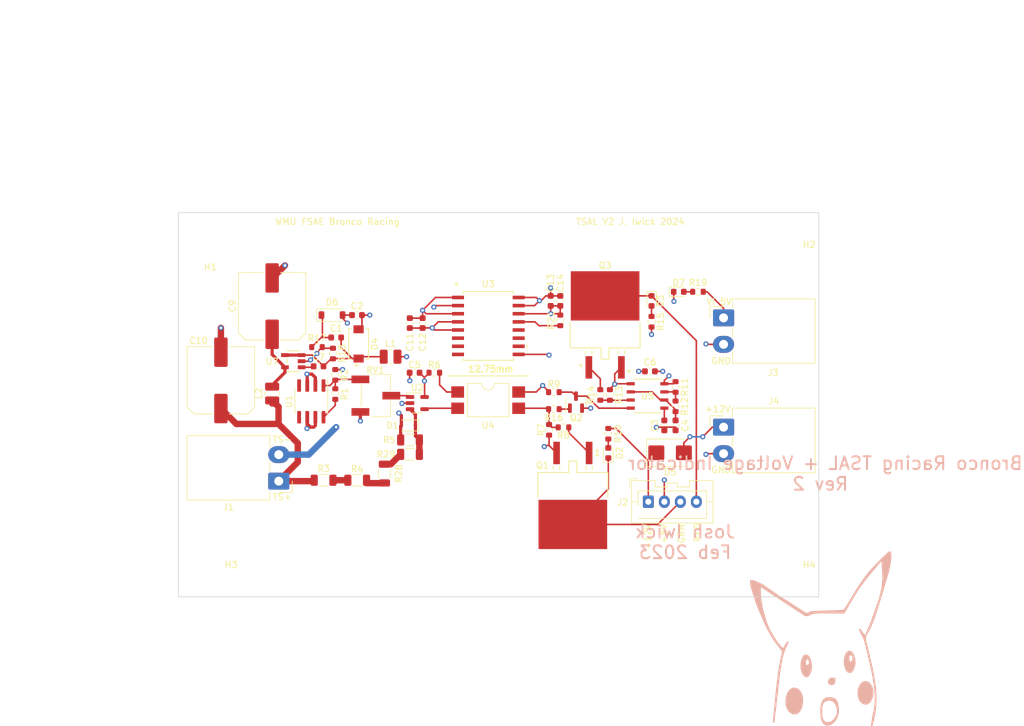
<source format=kicad_pcb>
(kicad_pcb (version 20221018) (generator pcbnew)
  (layers (0 "F.Cu" signal) (1 "In1.Cu" signal) (2 "In2.Cu" signal) (31 "B.Cu" signal) (34 "B.Paste" user) (35 "F.Paste" user) (36 "B.SilkS" user "B.Silkscreen") (37 "F.SilkS" user "F.Silkscreen") (38 "B.Mask" user) (39 "F.Mask" user) (44 "Edge.Cuts" user))
  (net 0 "")
  (net 1 "GND")
  (net 2 "+5V")
  (net 3 "TS-")
  (net 4 "+12V")
  (net 5 "Net-(D6-K)")
  (net 6 "Net-(D4-K)")
  (net 7 "Net-(U5-CV)")
  (net 8 "Net-(U5-THR)")
  (net 9 "+5V@GLV")
  (net 10 "Net-(U7-VCC)")
  (net 11 "Net-(U7-DRAIN)")
  (net 12 "Net-(D1-K)")
  (net 13 "Net-(D2-A)")
  (net 14 "/Ext-LED-Green")
  (net 15 "Net-(D3-A)")
  (net 16 "/Ext-LED-RED")
  (net 17 "Net-(D5-A)")
  (net 18 "Net-(D7-A)")
  (net 19 "Net-(Q1-G)")
  (net 20 "Net-(Q2-B)")
  (net 21 "Net-(Q2-C)")
  (net 22 "Net-(Q3-G)")
  (net 23 "Net-(U1-K)")
  (net 24 "Net-(U1-REF)")
  (net 25 "TS+")
  (net 26 "Net-(U5-DIS)")
  (net 27 "Net-(U5-Q)")
  (net 28 "Net-(U7-FB)")
  (net 29 "Net-(U3-SEL)")
  (net 30 "Net-(U2-+)")
  (net 32 "Net-(R3-Pad2)")
  (net 33 "Net-(R6-Pad2)")
  (net 34 "Net-(R16-Pad1)")
  (net 40 "Net-(U2-Pad4)")
  (net 41 "Net-(R28-Pad1)")
  (net 42 "Net-(R28-Pad2)")
  (footprint "Capacitor_SMD:C_0603_1608Metric" (layer "F.Cu") (at 86.138 67.25 -90)
    (fp_text reference "C11")
    (fp_text value "10u")
  )
  (footprint "Capacitor_SMD:C_0603_1608Metric" (layer "F.Cu") (at 71.888 74)
    (fp_text reference "C7")
    (fp_text value "2.2u")
  )
  (footprint "Resistor_SMD:R_0603_1608Metric" (layer "F.Cu") (at 109.638 66.825 90)
    (fp_text reference "R21")
    (fp_text value "0")
  )
  (footprint "Capacitor_SMD:C_0603_1608Metric" (layer "F.Cu") (at 125.888 83.225 90)
    (fp_text reference "C3")
    (fp_text value "100n")
  )
  (footprint "Capacitor_SMD:C_0603_1608Metric" (layer "F.Cu") (at 77.888 66)
    (fp_text reference "C2")
    (fp_text value "100u")
  )
  (footprint "Connector_TE-Connectivity:TE_MATE-N-LOK_1-770966-x_1x02_P4.14mm_Horizontal" (layer "F.Cu") (at 135.138 66.43)
    (fp_text reference "J3")
    (fp_text value "Conn_01x02")
  )
  (footprint "Capacitor_SMD:C_0603_1608Metric" (layer "F.Cu") (at 127.6429 83.225 90)
    (fp_text reference "C4")
    (fp_text value "1u")
  )
  (footprint "Resistor_SMD:R_0603_1608Metric" (layer "F.Cu") (at 110.138 83.5334)
    (fp_text reference "R8")
    (fp_text value "1k")
  )
  (footprint "Diode_SMD:D_SOD-323F" (layer "F.Cu") (at 85.92 83.25 180)
    (fp_text reference "D1")
    (fp_text value "BZT52C5V1SQ-7-F")
  )
  (footprint "Capacitor_SMD:C_0603_1608Metric" (layer "F.Cu") (at 109.638 63.7834 90)
    (fp_text reference "C14")
    (fp_text value "0.1u")
  )
  (footprint "Resistor_SMD:R_0603_1608Metric" (layer "F.Cu") (at 74.5 78.332 -90)
    (fp_text reference "R1")
    (fp_text value "2.2k")
  )
  (footprint "LED_SMD:LED_0603_1608Metric" (layer "F.Cu") (at 128.138 62.36)
    (fp_text reference "D7")
    (fp_text value "LED-Red")
  )
  (footprint "Capacitor_SMD:C_0603_1608Metric" (layer "F.Cu") (at 123.638 74.7834)
    (fp_text reference "C6")
    (fp_text value "100n")
  )
  (footprint "Resistor_SMD:R_0603_1608Metric" (layer "F.Cu") (at 74.5 75.332 -90)
    (fp_text reference "R2")
    (fp_text value "2.2k")
  )
  (footprint "Resistor_SMD:R_1206_3216Metric" (layer "F.Cu") (at 82.17 90.75 90)
    (fp_text reference "R28")
    (fp_text value "500k")
  )
  (footprint "Resistor_SMD:R_0603_1608Metric" (layer "F.Cu") (at 127.638 80.25 -90)
    (fp_text reference "R12")
    (fp_text value "220k")
  )
  (footprint "Package_DIP:SMDIP-4_W9.53mm" (layer "F.Cu") (at 98.373 79.282)
    (fp_text reference "U4")
    (fp_text value "LTV-817S")
  )
  (footprint "Package_TO_SOT_SMD:SOT-23" (layer "F.Cu") (at 112.088 79.5959 90)
    (fp_text reference "Q2")
    (fp_text value "MMBT3904")
  )
  (footprint "Capacitor_SMD:C_Elec_10x10.2" (layer "F.Cu") (at 56.638 76.192 90)
    (fp_text reference "C10")
    (fp_text value "500V 3.9u")
  )
  (footprint "MountingHole:MountingHole_4mm" (layer "F.Cu") (at 55 55)
    (fp_text reference "H1")
    (fp_text value "MountingHole")
  )
  (footprint "Connector_TE-Connectivity:TE_MATE-N-LOK_1-770966-x_1x02_P4.14mm_Horizontal" (layer "F.Cu") (at 135.138 83.5)
    (fp_text reference "J4")
    (fp_text value "Conn_01x02")
  )
  (footprint "MountingHole:MountingHole_4mm" (layer "F.Cu") (at 55 105)
    (fp_text reference "H3")
    (fp_text value "MountingHole")
  )
  (footprint "Capacitor_SMD:C_0603_1608Metric" (layer "F.Cu") (at 108.138 63.7834 90)
    (fp_text reference "C13")
    (fp_text value "10u")
  )
  (footprint "Capacitor_SMD:C_Elec_10x10.2" (layer "F.Cu") (at 64.638 64.6 90)
    (fp_text reference "C9")
    (fp_text value "500V 3.9u")
  )
  (footprint "Resistor_SMD:R_0603_1608Metric" (layer "F.Cu") (at 117.138 84.5334 90)
    (fp_text reference "R10")
    (fp_text value "2.2k")
  )
  (footprint "Inductor_SMD:L_1008_2520Metric" (layer "F.Cu") (at 83.138 72.5)
    (fp_text reference "L1")
    (fp_text value "1.2m")
  )
  (footprint "Resistor_SMD:R_1206_3216Metric" (layer "F.Cu") (at 77.92 91.792)
    (fp_text reference "R4")
    (fp_text value "500k")
  )
  (footprint "IRLZ44NSTRLPBF:NMOSGDS_D2PAK_INF" (layer "F.Cu") (at 111.598 95.5344 180)
    (fp_text reference "Q1")
    (fp_text value "IRLZ44N")
  )
  (footprint "Resistor_SMD:R_0603_1608Metric" (layer "F.Cu") (at 71.638 71)
    (fp_text reference "R17")
    (fp_text value "5k")
  )
  (footprint "Capacitor_SMD:C_0603_1608Metric" (layer "F.Cu") (at 86.888 75 180)
    (fp_text reference "C5")
    (fp_text value "100n")
  )
  (footprint "Diode_SMD:D_SMB" (layer "F.Cu") (at 126.788 87.5)
    (fp_text reference "D5")
    (fp_text value "SSB43L")
  )
  (footprint "footprints 555:M08A-L" (layer "F.Cu") (at 123.26545 78.6284)
    (fp_text reference "U5")
    (fp_text value "LM555xN")
  )
  (footprint "Resistor_SMD:R_0603_1608Metric" (layer "F.Cu") (at 74.138 72 -90)
    (fp_text reference "R18")
    (fp_text value "5k")
  )
  (footprint "IRLZ44NSTRLPBF:NMOSGDS_D2PAK_INF" (layer "F.Cu") (at 116.638 66.1613)
    (fp_text reference "Q3")
    (fp_text value "IRLZ44N")
  )
  (footprint "Resistor_SMD:R_0603_1608Metric" (layer "F.Cu") (at 117.388 78.4734 -90)
    (fp_text reference "R13")
    (fp_text value "100k")
  )
  (footprint "Connector_JST:JST_XA_B04B-XASK-1-A_1x04_P2.50mm_Vertical" (layer "F.Cu") (at 123.388 95.15)
    (fp_text reference "J2")
    (fp_text value "JST B04B-XASK")
  )
  (footprint "Diode_SMD:D_SOD-123" (layer "F.Cu") (at 73.988 66)
    (fp_text reference "D6")
    (fp_text value "1N4007")
  )
  (footprint "MountingHole:MountingHole_4mm" (layer "F.Cu") (at 145 55)
    (fp_text reference "H2")
    (fp_text value "MountingHole")
  )
  (footprint "MountingHole:MountingHole_4mm" (layer "F.Cu") (at 145 105)
    (fp_text reference "H4")
    (fp_text value "MountingHole")
  )
  (footprint "Resistor_SMD:R_0603_1608Metric" (layer "F.Cu") (at 127.6429 77.2234 -90)
    (fp_text reference "R11")
    (fp_text value "22k")
  )
  (footprint "Package_SO:SOIC-8_3.9x4.9mm_P1.27mm" (layer "F.Cu") (at 70.753 79.475 -90)
    (fp_text reference "U1")
    (fp_text value "TL431D")
  )
  (footprint "Potentiometer_SMD:Potentiometer_Bourns_3269W_Vertical" (layer "F.Cu") (at 80.835 78.582 90)
    (fp_text reference "RV1")
    (fp_text value "10k")
  )
  (footprint "Resistor_SMD:R_1206_3216Metric" (layer "F.Cu") (at 72.67 91.792)
    (fp_text reference "R3")
    (fp_text value "500k")
  )
  (footprint "Resistor_SMD:R_0603_1608Metric" (layer "F.Cu") (at 108.638 80.6834)
    (fp_text reference "R16")
    (fp_text value "22k")
  )
  (footprint "Capacitor_SMD:C_0603_1608Metric" (layer "F.Cu") (at 74.638 69.5)
    (fp_text reference "C1")
    (fp_text value "100n")
  )
  (footprint "Resistor_SMD:R_1206_3216Metric" (layer "F.Cu") (at 86.17 87.75)
    (fp_text reference "R29")
    (fp_text value "500k")
  )
  (footprint "Resistor_SMD:R_0603_1608Metric" (layer "F.Cu") (at 108.638 78.0334 180)
    (fp_text reference "R9")
    (fp_text value "22k")
  )
  (footprint "Resistor_SMD:R_0603_1608Metric" (layer "F.Cu") (at 123.888 67.0334 -90)
    (fp_text reference "R15")
    (fp_text value "1k")
  )
  (footprint "Capacitor_SMD:C_0603_1608Metric" (layer "F.Cu") (at 88.138 67.25 -90)
    (fp_text reference "C12")
    (fp_text value "0.1u")
  )
  (footprint "LED_SMD:LED_0603_1608Metric" (layer "F.Cu") (at 123.888 63.7834 -90)
    (fp_text reference "D3")
    (fp_text value "LED-Red")
  )
  (footprint "MP174AGJ_Z:TSOT23-5_MP174A_MNP" (layer "F.Cu") (at 67.938 73.200001 180)
    (fp_text reference "U7")
    (fp_text value "MP174AGJ-Z")
  )
  (footprint "Resistor_SMD:R_0603_1608Metric" (layer "F.Cu") (at 115.888 78.4734 90)
    (fp_text reference "R14")
    (fp_text value "1k")
  )
  (footprint "Connector_TE-Connectivity:TE_MATE-N-LOK_1-770966-x_1x02_P4.14mm_Horizontal" (layer "F.Cu") (at 65.67 91.932 180)
    (fp_text reference "J1")
    (fp_text value "TE 770966-2")
  )
  (footprint "Package_TO_SOT_SMD:SOT-23-5" (layer "F.Cu") (at 87.3075 79.742)
    (fp_text reference "U2")
    (fp_text value "LMV331")
  )
  (footprint "KiCADv6:CR_SMAF_CIP" (layer "F.Cu") (at 78.138 70.5 90)
    (fp_text reference "D4")
    (fp_text value "AES2JF-HF")
  )
  (footprint "Resistor_SMD:R_0603_1608Metric" (layer "F.Cu") (at 89.963 75)
    (fp_text reference "R6")
    (fp_text value "2.2k")
  )
  (footprint "Inductor_SMD:L_1008_2520Metric" (layer "F.Cu") (at 64.638 78.25 90)
    (fp_text reference "L2")
    (fp_text value "1m")
  )
  (footprint "Resistor_SMD:R_1206_3216Metric" (layer "F.Cu") (at 86.17 85.5 180)
    (fp_text reference "R5")
    (fp_text value "20K")
  )
  (footprint "footprints:SO_0DVER_TEX" (layer "F.Cu") (at 98.4009 67.695)
    (fp_text reference "U3")
    (fp_text value "UCC12040DVE")
  )
  (footprint "Resistor_SMD:R_0603_1608Metric" (layer "F.Cu") (at 107.888 83.925 -90)
    (fp_text reference "R7")
    (fp_text value "100k")
  )
  (footprint "LED_SMD:LED_0603_1608Metric" (layer "F.Cu") (at 117.138 87.5334 90)
    (fp_text reference "D2")
    (fp_text value "LED-Green")
  )
  (footprint "Resistor_SMD:R_0603_1608Metric" (layer "F.Cu") (at 131.138 62.36)
    (fp_text reference "R19")
    (fp_text value "1k")
  )
  (footprint "TSAL:pika" (layer "B.Cu") (at 150.25 116.25 180)
    (fp_text reference "G***" hide)
    (fp_text value "LOGO" hide)
  )
  (gr_line (start 92.013 75.5) (end 104.763 75.5) (stroke (width 0.15)) (layer "F.SilkS"))
  (gr_line (start 50 110) (end 150 110) (stroke (width 0.1)) (layer "Edge.Cuts"))
  (gr_line (start 150 110) (end 150 50) (stroke (width 0.1)) (layer "Edge.Cuts"))
  (gr_line (start 50 50) (end 50 110) (stroke (width 0.1)) (layer "Edge.Cuts"))
  (gr_line (start 150 50) (end 50 50) (stroke (width 0.1)) (layer "Edge.Cuts"))
  (gr_text "Josh Iwick\nFeb 2023" (at 129.132 101.442) (layer "B.SilkS") (effects (font (size 2 2) (thickness 0.3)) (justify mirror)))
  (gr_text "Bronco Racing TSAL + Voltage Indicator \nRev 2" (at 150.25 90.75) (layer "B.SilkS") (effects (font (size 2 2) (thickness 0.3)) (justify mirror)))
  (gr_text "RED" (at 131.638 101.5 90) (layer "F.SilkS") (effects (font (size 1 1)) (justify left bottom)))
  (gr_text "+12V" (at 132.138 81.25) (layer "F.SilkS") (effects (font (size 1 1)) (justify left bottom)))
  (gr_text "TS-" (at 64.638 86) (layer "F.SilkS") (effects (font (size 1 1)) (justify left bottom)))
  (gr_text "WMU FSAE Bronco Racing " (at 65 52) (layer "F.SilkS") (effects (font (size 1 1)) (justify left bottom)))
  (gr_text "+5V" (at 126.388 101.75 90) (layer "F.SilkS") (effects (font (size 1 1)) (justify left bottom)))
  (gr_text "TSAL V2 J. Iwick 2024" (at 112 52) (layer "F.SilkS") (effects (font (size 1 1)) (justify left bottom)))
  (gr_text "GND" (at 133.138 73.75) (layer "F.SilkS") (effects (font (size 1 1)) (justify left bottom)))
  (gr_text "VI 5V" (at 132.388 64.5) (layer "F.SilkS") (effects (font (size 1 1)) (justify left bottom)))
  (gr_text "12.75mm" (at 95.138 75) (layer "F.SilkS") (effects (font (size 1 1) (thickness 0.25) bold) (justify left bottom)))
  (gr_text "+12V" (at 123.888 102.75 90) (layer "F.SilkS") (effects (font (size 1 1)) (justify left bottom)))
  (gr_text "GRN" (at 129.138 101.75 90) (layer "F.SilkS") (effects (font (size 1 1)) (justify left bottom)))
  (gr_text "TS+" (at 64.638 95) (layer "F.SilkS") (effects (font (size 1 1)) (justify left bottom)))
  (gr_text "GND" (at 133.138 90.75) (layer "F.SilkS") (effects (font (size 1 1)) (justify left bottom)))
  (segment (start 107.308 86.3634) (end 107.138 86.5334) (width 0.25) (layer "F.Cu") (net 1))
  (segment (start 127.6429 84) (end 127.6429 83.4984) (width 0.25) (layer "F.Cu") (net 1))
  (segment (start 127.6429 83.4984) (end 125.8929 83.4984) (width 0.25) (layer "F.Cu") (net 1))
  (segment (start 132.458 70.57) (end 132.388 70.5) (width 0.25) (layer "F.Cu") (net 1))
  (segment (start 106.638 63.75) (end 107.3796 63.0084) (width 0.25) (layer "F.Cu") (net 1))
  (segment (start 117.388 77.6484) (end 117.388 77.5334) (width 0.25) (layer "F.Cu") (net 1))
  (segment (start 107.888 86.3634) (end 109.058 87.5334) (width 0.25) (layer "F.Cu") (net 1))
  (segment (start 107.888 85.1084) (end 107.888 86.3634) (width 0.25) (layer "F.Cu") (net 1))
  (segment (start 107.888 86.3634) (end 107.308 86.3634) (width 0.25) (layer "F.Cu") (net 1))
  (segment (start 119.178 74.1623) (end 118.138 75.2023) (width 0.25) (layer "F.Cu") (net 1))
  (segment (start 127.3505 63.8225) (end 127.388 63.86) (width 0.25) (layer "F.Cu") (net 1))
  (segment (start 103.138 63.25) (end 105.888 63.25) (width 0.25) (layer "F.Cu") (net 1))
  (segment (start 107.778 72.14) (end 103.138 72.14) (width 0.25) (layer "F.Cu") (net 1))
  (segment (start 105.888 63.25) (end 106.388 63.75) (width 0.25) (layer "F.Cu") (net 1))
  (segment (start 125.888 83.5033) (end 125.8929 83.4984) (width 0.25) (layer "F.Cu") (net 1))
  (segment (start 107.888 72.25) (end 107.778 72.14) (width 0.25) (layer "F.Cu") (net 1))
  (segment (start 106.388 63.75) (end 106.638 63.75) (width 0.25) (layer "F.Cu") (net 1))
  (segment (start 125.8929 83.4984) (end 124.673 83.4984) (width 0.25) (layer "F.Cu") (net 1))
  (segment (start 132.498 87.64) (end 132.388 87.75) (width 0.25) (layer "F.Cu") (net 1))
  (segment (start 117.388 77.5334) (end 118.138 76.7834) (width 0.25) (layer "F.Cu") (net 1))
  (segment (start 135.138 70.57) (end 132.458 70.57) (width 0.25) (layer "F.Cu") (net 1))
  (segment (start 105.618 64.52) (end 106.388 63.75) (width 0.25) (layer "F.Cu") (net 1))
  (segment (start 124.673 83.4984) (end 124.638 83.5334) (width 0.25) (layer "F.Cu") (net 1))
  (segment (start 125.888 84) (end 125.888 83.5033) (width 0.25) (layer "F.Cu") (net 1))
  (segment (start 107.3796 63.0084) (end 108.138 63.0084) (width 0.25) (layer "F.Cu") (net 1))
  (segment (start 108.138 63.0084) (end 108.138 61.75) (width 0.25) (layer "F.Cu") (net 1))
  (segment (start 113.038 80.5334) (end 114.388 80.5334) (width 0.25) (layer "F.Cu") (net 1))
  (segment (start 124.413 74.7834) (end 125.638 74.7834) (width 0.25) (layer "F.Cu") (net 1))
  (segment (start 120.6429 76.7234) (end 118.198 76.7234) (width 0.25) (layer "F.Cu") (net 1))
  (segment (start 103.138 64.52) (end 105.618 64.52) (width 0.25) (layer "F.Cu") (net 1))
  (segment (start 135.138 87.64) (end 132.498 87.64) (width 0.25) (layer "F.Cu") (net 1))
  (segment (start 118.198 76.7234) (end 118.138 76.7834) (width 0.25) (layer "F.Cu") (net 1))
  (segment (start 108.138 63.0084) (end 109.638 63.0084) (width 0.25) (layer "F.Cu") (net 1))
  (segment (start 127.3505 62.36) (end 127.3505 63.8225) (width 0.25) (layer "F.Cu") (net 1))
  (segment (start 118.138 75.2023) (end 118.138 76.7834) (width 0.25) (layer "F.Cu") (net 1))
  (via (at 127.388 63.86) (size 0.8) (drill 0.4) (layers "F.Cu" "B.Cu") (net 1))
  (via (at 132.388 87.75) (size 0.8) (drill 0.4) (layers "F.Cu" "B.Cu") (net 1))
  (via (at 114.388 80.5334) (size 0.8) (drill 0.4) (layers "F.Cu" "B.Cu") (net 1))
  (via (at 106.388 63.75) (size 0.8) (drill 0.4) (layers "F.Cu" "B.Cu") (net 1))
  (via (at 108.138 61.75) (size 0.8) (drill 0.4) (layers "F.Cu" "B.Cu") (net 1))
  (via (at 107.138 86.5334) (size 0.8) (drill 0.4) (layers "F.Cu" "B.Cu") (net 1))
  (via (at 125.638 74.7834) (size 0.8) (drill 0.4) (layers "F.Cu" "B.Cu") (net 1))
  (via (at 124.638 83.5334) (size 0.8) (drill 0.4) (layers "F.Cu" "B.Cu") (net 1))
  (via (at 118.138 76.7834) (size 0.8) (drill 0.4) (layers "F.Cu" "B.Cu") (net 1))
  (via (at 107.888 72.25) (size 0.8) (drill 0.4) (layers "F.Cu" "B.Cu") (net 1))
  (via (at 132.388 70.5) (size 0.8) (drill 0.4) (layers "F.Cu" "B.Cu") (net 1))
  (segment (start 93.6638 65.79) (end 88.678 65.79) (width 0.25) (layer "F.Cu") (net 2))
  (segment (start 89.138 75.039) (end 88.42 75.757) (width 0.25) (layer "F.Cu") (net 2))
  (segment (start 90.028 63.36) (end 88.138 65.25) (width 0.25) (layer "F.Cu") (net 2))
  (segment (start 75.788 66.65) (end 76.388 67.25) (width 0.25) (layer "F.Cu") (net 2))
  (segment (start 88.678 65.79) (end 88.138 65.25) (width 0.25) (layer "F.Cu") (net 2))
  (segment (start 88.42 75.757) (end 87.663 75) (width 0.25) (layer "F.Cu") (net 2))
  (segment (start 84.213 72.5) (end 85.638 72.5) (width 0.25) (layer "F.Cu") (net 2))
  (segment (start 74.5 74.507) (end 75.631 74.507) (width 0.25) (layer "F.Cu") (net 2))
  (segment (start 75.631 74.507) (end 75.638 74.5) (width 0.25) (layer "F.Cu") (net 2))
  (segment (start 88.138 66.475) (end 88.138 65.25) (width 0.25) (layer "F.Cu") (net 2))
  (segment (start 88.42 76.292) (end 88.42 75.757) (width 0.25) (layer "F.Cu") (net 2))
  (segment (start 75.788 66) (end 77.113 66) (width 0.25) (layer "F.Cu") (net 2))
  (segment (start 88.138 66.475) (end 86.138 66.475) (width 0.25) (layer "F.Cu") (net 2))
  (segment (start 75.788 66) (end 75.788 66.65) (width 0.25) (layer "F.Cu") (net 2))
  (segment (start 88.445 76.317) (end 88.42 76.292) (width 0.25) (layer "F.Cu") (net 2))
  (segment (start 93.6638 63.25) (end 90.138 63.25) (width 0.25) (layer "F.Cu") (net 2))
  (segment (start 88.445 78.792) (end 88.445 76.317) (width 0.25) (layer "F.Cu") (net 2))
  (segment (start 89.138 75) (end 89.138 75.039) (width 0.25) (layer "F.Cu") (net 2))
  (segment (start 90.138 63.25) (end 90.028 63.36) (width 0.25) (layer "F.Cu") (net 2))
  (via (at 85.638 72.5) (size 0.8) (drill 0.4) (layers "F.Cu" "B.Cu") (net 2))
  (via (at 88.42 76.292) (size 0.8) (drill 0.4) (layers "F.Cu" "B.Cu") (net 2))
  (via (at 88.138 65.25) (size 0.8) (drill 0.4) (layers "F.Cu" "B.Cu") (net 2))
  (via (at 75.638 74.5) (size 0.8) (drill 0.4) (layers "F.Cu" "B.Cu") (net 2))
  (via (at 76.388 67.25) (size 0.8) (drill 0.4) (layers "F.Cu" "B.Cu") (net 2))
  (segment (start 71.388 77) (end 71.388 75.75) (width 0.5) (layer "F.Cu") (net 3))
  (segment (start 86.17 79.742) (end 84.97 79.742) (width 0.25) (layer "F.Cu") (net 3))
  (segment (start 90.578 67.06) (end 90.468 67.17) (width 0.25) (layer "F.Cu") (net 3))
  (segment (start 90.468 67.17) (end 89.638 68) (width 0.25) (layer "F.Cu") (net 3))
  (segment (start 71.388 83.25) (end 71.388 81.95) (width 0.5) (layer "F.Cu") (net 3))
  (segment (start 70.118 82.98) (end 70.118 81.95) (width 0.5) (layer "F.Cu") (net 3))
  (segment (start 84.82 81.692) (end 84.42 81.292) (width 0.5) (layer "F.Cu") (net 3))
  (segment (start 64.638 60.35) (end 64.638 60.25) (width 1) (layer "F.Cu") (net 3))
  (segment (start 70.118 83.67) (end 70.078 83.71) (width 0.5) (layer "F.Cu") (net 3))
  (segment (start 71.138 83.5) (end 71.388 83.25) (width 0.5) (layer "F.Cu") (net 3))
  (segment (start 84.97 79.742) (end 84.92 79.792) (width 0.25) (layer "F.Cu") (net 3))
  (segment (start 89.638 68) (end 88.163 68) (width 0.25) (layer "F.Cu") (net 3))
  (segment (start 78.663 66) (end 79.888 66) (width 0.25) (layer "F.Cu") (net 3))
  (segment (start 86.113 75) (end 86.113 76.225) (width 0.25) (layer "F.Cu") (net 3))
  (segment (start 70.118 75.25) (end 70.078 75.21) (width 0.5) (layer "F.Cu") (net 3))
  (segment (start 86.113 76.225) (end 86.138 76.25) (width 0.25) (layer "F.Cu") (net 3))
  (segment (start 56.638 71.792) (end 56.638 68) (width 1) (layer "F.Cu") (net 3))
  (segment (start 89.968 68.33) (end 89.638 68) (width 0.25) (layer "F.Cu") (net 3))
  (segment (start 84.82 83.25) (end 84.82 81.692) (width 0.5) (layer "F.Cu") (net 3))
  (segment (start 88.163 68) (end 88.138 68.025) (width 0.25) (layer "F.Cu") (net 3))
  (segment (start 93.6638 68.33) (end 89.968 68.33) (width 0.25) (layer "F.Cu") (net 3))
  (segment (start 70.638 83.5) (end 70.118 82.98) (width 0.5) (layer "F.Cu") (net 3))
  (segment (start 71.388 75.75) (end 70.848 75.21) (width 0.5) (layer "F.Cu") (net 3))
  (segment (start 64.638 60.35) (end 64.488 60.35) (width 0.5) (layer "F.Cu") (net 3))
  (segment (start 78.663 67.689) (end 78.138 68.214) (width 0.25) (layer "F.Cu") (net 3))
  (segment (start 70.638 83.5) (end 71.138 83.5) (width 0.5) (layer "F.Cu") (net 3))
  (segment (start 70.848 75.21) (end 70.078 75.21) (width 0.5) (layer "F.Cu") (net 3))
  (segment (start 90.118 64.52) (end 89.888 64.75) (width 0.25) (layer "F.Cu") (net 3))
  (segment (start 70.118 81.95) (end 70.118 83.67) (width 0.5) (layer "F.Cu") (net 3))
  (segment (start 78.663 66) (end 78.663 67.689) (width 0.25) (layer "F.Cu") (net 3))
  (segment (start 93.6638 67.06) (end 90.578 67.06) (width 0.25) (layer "F.Cu") (net 3))
  (segment (start 70.118 77) (end 70.118 75.25) (width 0.5) (layer "F.Cu") (net 3))
  (segment (start 84.7075 83.3625) (end 84.82 83.25) (width 0.5) (layer "F.Cu") (net 3))
  (segment (start 78.42 81.122) (end 78.42 82.542) (width 0.5) (layer "F.Cu") (net 3))
  (segment (start 64.638 60.25) (end 66.638 58.25) (width 1) (layer "F.Cu") (net 3))
  (segment (start 93.6638 64.52) (end 90.118 64.52) (width 0.25) (layer "F.Cu") (net 3))
  (segment (start 88.138 68.025) (end 86.138 68.025) (width 0.25) (layer "F.Cu") (net 3))
  (segment (start 84.7075 85.5) (end 84.7075 83.3625) (width 0.5) (layer "F.Cu") (net 3))
  (via (at 66.638 58.25) (size 0.8) (drill 0.4) (layers "F.Cu" "B.Cu") (net 3))
  (via (at 79.888 66) (size 0.8) (drill 0.4) (layers "F.Cu" "B.Cu") (net 3))
  (via (at 84.92 79.792) (size 0.8) (drill 0.4) (layers "F.Cu" "B.Cu") (net 3))
  (via (at 84.42 81.292) (size 0.8) (drill 0.4) (layers "F.Cu" "B.Cu") (net 3))
  (via (at 89.638 68) (size 0.8) (drill 0.4) (layers "F.Cu" "B.Cu") (net 3))
  (via (at 78.42 82.542) (size 0.8) (drill 0.4) (layers "F.Cu" "B.Cu") (net 3))
  (via (at 70.078 75.21) (size 0.8) (drill 0.4) (layers "F.Cu" "B.Cu") (net 3))
  (via (at 74.638 83.5) (size 0.8) (drill 0.4) (layers "F.Cu" "B.Cu") (net 3))
  (via (at 89.888 64.75) (size 0.8) (drill 0.4) (layers "F.Cu" "B.Cu") (net 3))
  (via (at 56.638 68) (size 0.8) (drill 0.4) (layers "F.Cu" "B.Cu") (net 3))
  (via (at 70.078 83.71) (size 0.8) (drill 0.4) (layers "F.Cu" "B.Cu") (net 3))
  (via (at 86.138 76.25) (size 0.8) (drill 0.4) (layers "F.Cu" "B.Cu") (net 3))
  (segment (start 65.67 87.792) (end 70.346 87.792) (width 1) (layer "B.Cu") (net 3))
  (segment (start 70.346 87.792) (end 74.638 83.5) (width 1) (layer "B.Cu") (net 3))
  (segment (start 123.388 95.15) (end 123.388 88.75) (width 0.25) (layer "F.Cu") (net 4))
  (segment (start 117.138 83.7084) (end 118.3464 83.7084) (width 0.25) (layer "F.Cu") (net 4))
  (segment (start 118.3464 83.7084) (end 123.388 88.75) (width 0.25) (layer "F.Cu") (net 4))
  (segment (start 123.388 88.75) (end 124.638 87.5) (width 0.25) (layer "F.Cu") (net 4))
  (segment (start 72.488 69.325) (end 72.313 69.5) (width 0.25) (layer "F.Cu") (net 5))
  (segment (start 72.488 66) (end 72.488 69.325) (width 0.25) (layer "F.Cu") (net 5))
  (segment (start 73.863 69.5) (end 72.313 69.5) (width 0.25) (layer "F.Cu") (net 5))
  (segment (start 72.313 69.5) (end 70.813 71) (width 0.25) (layer "F.Cu") (net 5))
  (segment (start 78.138 72.786) (end 73.927 72.786) (width 0.25) (layer "F.Cu") (net 6))
  (segment (start 73.838 72.825) (end 72.663 74) (width 0.25) (layer "F.Cu") (net 6))
  (segment (start 73.927 72.786) (end 73.888 72.825) (width 0.25) (layer "F.Cu") (net 6))
  (segment (start 72.663 74) (end 70.913 72.25) (width 0.25) (layer "F.Cu") (net 6))
  (segment (start 78.424 72.5) (end 78.138 72.786) (width 0.25) (layer "F.Cu") (net 6))
  (segment (start 82.063 72.5) (end 78.424 72.5) (width 0.25) (layer "F.Cu") (net 6))
  (segment (start 77.138 72.786) (end 78.138 72.786) (width 0.25) (layer "F.Cu") (net 6))
  (segment (start 70.913 72.25) (end 69.238 72.25) (width 0.25) (layer "F.Cu") (net 6))
  (segment (start 75.413 69.5) (end 75.413 71.061) (width 0.25) (layer "F.Cu") (net 6))
  (segment (start 75.413 71.061) (end 77.138 72.786) (width 0.25) (layer "F.Cu") (net 6))
  (segment (start 66.638 72.25) (end 69.238 72.25) (width 0.5) (layer "F.Cu") (net 6))
  (segment (start 73.888 72.825) (end 73.838 72.825) (width 0.25) (layer "F.Cu") (net 6))
  (segment (start 125.8929 80.5383) (end 125.888 80.5334) (width 0.25) (layer "F.Cu") (net 7))
  (segment (start 125.888 82.45) (end 125.888 80.5334) (width 0.25) (layer "F.Cu") (net 7))
  (segment (start 125.888 79.2634) (end 126.1079 79.2634) (width 0.25) (layer "F.Cu") (net 8))
  (segment (start 125.25935 79.2634) (end 123.98935 77.9934) (width 0.25) (layer "F.Cu") (net 8))
  (segment (start 127.638 80.8033) (end 127.6429 80.7984) (width 0.25) (layer "F.Cu") (net 8))
  (segment (start 127.638 81.075) (end 127.638 80.8033) (width 0.25) (layer "F.Cu") (net 8))
  (segment (start 126.1079 79.2634) (end 127.6429 80.7984) (width 0.25) (layer "F.Cu") (net 8))
  (segment (start 123.98935 77.9934) (end 120.6429 77.9934) (width 0.25) (layer "F.Cu") (net 8))
  (segment (start 127.6429 82.45) (end 127.6429 81.0799) (width 0.25) (layer "F.Cu") (net 8))
  (segment (start 127.6429 81.0799) (end 127.638 81.075) (width 0.25) (layer "F.Cu") (net 8))
  (segment (start 125.888 79.2634) (end 125.25935 79.2634) (width 0.25) (layer "F.Cu") (net 8))
  (segment (start 109.4214 65.7834) (end 109.638 66) (width 0.25) (layer "F.Cu") (net 9))
  (segment (start 108.1314 65.79) (end 108.138 65.7834) (width 0.25) (layer "F.Cu") (net 9))
  (segment (start 107.988 65.9334) (end 108.138 65.7834) (width 0.25) (layer "F.Cu") (net 9))
  (segment (start 108.138 64.5584) (end 108.138 65.7834) (width 0.25) (layer "F.Cu") (net 9))
  (segment (start 103.138 65.79) (end 108.1314 65.79) (width 0.25) (layer "F.Cu") (net 9))
  (segment (start 109.638 64.5584) (end 109.638 65.7834) (width 0.25) (layer "F.Cu") (net 9))
  (segment (start 122.863 74.7834) (end 121.888 74.7834) (width 0.25) (layer "F.Cu") (net 9))
  (segment (start 125.888 76.2094) (end 126.606 75.4914) (width 0.25) (layer "F.Cu") (net 9))
  (segment (start 107.813 77.925) (end 106.888 77) (width 0.25) (layer "F.Cu") (net 9))
  (segment (start 131.963 62.36) (end 132.568 62.36) (width 0.25) (layer "F.Cu") (net 9))
  (segment (start 125.888 76.7234) (end 125.888 76.2094) (width 0.25) (layer "F.Cu") (net 9))
  (segment (start 125.888 95.15) (end 125.888 91.75) (width 0.25) (layer "F.Cu") (net 9))
  (segment (start 135.138 66.43) (end 135.138 64.93) (width 0.25) (layer "F.Cu") (net 9))
  (segment (start 108.0214 65.9) (end 108.138 65.7834) (width 0.25) (layer "F.Cu") (net 9))
  (segment (start 103.138 78.012) (end 105.876 78.012) (width 0.25) (layer "F.Cu") (net 9))
  (segment (start 132.568 62.36) (end 135.138 64.93) (width 0.25) (layer "F.Cu") (net 9))
  (segment (start 123.888 67.8584) (end 123.888 69.0334) (width 0.25) (layer "F.Cu") (net 9))
  (segment (start 107.813 78.0334) (end 107.813 77.925) (width 0.25) (layer "F.Cu") (net 9))
  (segment (start 108.138 65.7834) (end 109.4214 65.7834) (width 0.25) (layer "F.Cu") (net 9))
  (segment (start 127.6429 76.3984) (end 127.3179 76.7234) (width 0.25) (layer "F.Cu") (net 9))
  (segment (start 121.638 74.5334) (end 121.888 74.7834) (width 0.25) (layer "F.Cu") (net 9))
  (segment (start 107.7244 78.122) (end 107.813 78.0334) (width 0.25) (layer "F.Cu") (net 9))
  (segment (start 125.888 76.7234) (end 127.3179 76.7234) (width 0.25) (layer "F.Cu") (net 9))
  (segment (start 105.876 78.012) (end 106.888 77) (width 0.25) (layer "F.Cu") (net 9))
  (segment (start 108.138 64.5584) (end 109.638 64.5584) (width 0.25) (layer "F.Cu") (net 9))
  (via (at 125.888 91.75) (size 0.8) (drill 0.4) (layers "F.Cu" "B.Cu") (net 9))
  (via (at 106.888 77) (size 0.8) (drill 0.4) (layers "F.Cu" "B.Cu") (net 9))
  (via (at 123.888 69.0334) (size 0.8) (drill 0.4) (layers "F.Cu" "B.Cu") (net 9))
  (via (at 126.606 75.4914) (size 0.8) (drill 0.4) (layers "F.Cu" "B.Cu") (net 9))
  (via (at 108.138 65.7834) (size 0.8) (drill 0.4) (layers "F.Cu" "B.Cu") (net 9))
  (via (at 121.888 74.7834) (size 0.8) (drill 0.4) (layers "F.Cu" "B.Cu") (net 9))
  (segment (start 69.238 74.150002) (end 70.962998 74.150002) (width 0.25) (layer "F.Cu") (net 10))
  (segment (start 70.962998 74.150002) (end 71.113 74) (width 0.25) (layer "F.Cu") (net 10))
  (segment (start 66.638 74.95) (end 64.638 76.95) (width 0.5) (layer "F.Cu") (net 11))
  (segment (start 64.638 72.150002) (end 66.638 74.150002) (width 0.5) (layer "F.Cu") (net 11))
  (segment (start 64.638 69.15) (end 64.638 72.150002) (width 0.5) (layer "F.Cu") (net 11))
  (segment (start 66.638 74.150002) (end 66.638 74.95) (width 0.5) (layer "F.Cu") (net 11))
  (segment (start 87.02 84.8875) (end 87.02 83.25) (width 0.5) (layer "F.Cu") (net 12))
  (segment (start 87.02 83.25) (end 87.02 81.542) (width 0.5) (layer "F.Cu") (net 12))
  (segment (start 87.02 81.542) (end 86.17 80.692) (width 0.5) (layer "F.Cu") (net 12))
  (segment (start 87.6325 87.75) (end 87.6325 85.5) (width 1) (layer "F.Cu") (net 12))
  (segment (start 87.02 84.8875) (end 87.6325 85.5) (width 0.5) (layer "F.Cu") (net 12))
  (segment (start 117.138 85.3584) (end 117.138 86.7459) (width 0.25) (layer "F.Cu") (net 13))
  (segment (start 117.138 93.1557) (end 111.598 98.6957) (width 0.25) (layer "F.Cu") (net 14))
  (segment (start 124.8423 98.6957) (end 111.598 98.6957) (width 0.25) (layer "F.Cu") (net 14))
  (segment (start 128.388 95.15) (end 124.8423 98.6957) (width 0.25) (layer "F.Cu") (net 14))
  (segment (start 117.138 88.3209) (end 117.138 93.1557) (width 0.25) (layer "F.Cu") (net 14))
  (segment (start 123.888 64.5709) (end 123.888 66.2084) (width 0.25) (layer "F.Cu") (net 15))
  (segment (start 123.888 62.9959) (end 130.888 69.9959) (width 0.25) (layer "F.Cu") (net 16))
  (segment (start 116.6421 62.9959) (end 116.638 63) (width 0.25) (layer "F.Cu") (net 16))
  (segment (start 130.888 69.9959) (end 130.888 95.15) (width 0.25) (layer "F.Cu") (net 16))
  (segment (start 123.888 62.9959) (end 116.6421 62.9959) (width 0.25) (layer "F.Cu") (net 16))
  (segment (start 128.938 85.95) (end 128.938 87.5) (width 0.25) (layer "F.Cu") (net 17))
  (segment (start 133.388 83.5) (end 131.888 85) (width 0.25) (layer "F.Cu") (net 17))
  (segment (start 135.138 83.5) (end 133.388 83.5) (width 0.25) (layer "F.Cu") (net 17))
  (segment (start 129.888 85) (end 128.938 85.95) (width 0.25) (layer "F.Cu") (net 17))
  (via (at 131.888 85) (size 0.8) (drill 0.4) (layers "F.Cu" "B.Cu") (net 17))
  (via (at 129.888 85) (size 0.8) (drill 0.4) (layers "F.Cu" "B.Cu") (net 17))
  (segment (start 129.888 85) (end 131.888 85) (width 0.25) (layer "B.Cu") (net 17))
  (segment (start 130.313 62.36) (end 128.9255 62.36) (width 0.25) (layer "F.Cu") (net 18))
  (segment (start 114.138 87.5334) (end 110.963 84.3584) (width 0.25) (layer "F.Cu") (net 19))
  (segment (start 110.963 84.3584) (end 110.963 83.5334) (width 0.25) (layer "F.Cu") (net 19))
  (segment (start 110.988 80.6834) (end 111.138 80.5334) (width 0.25) (layer "F.Cu") (net 20))
  (segment (start 109.463 80.6834) (end 110.988 80.6834) (width 0.25) (layer "F.Cu") (net 20))
  (segment (start 115.648 80.5334) (end 113.773 78.6584) (width 0.25) (layer "F.Cu") (net 21))
  (segment (start 111.463 78.0334) (end 112.088 78.6584) (width 0.25) (layer "F.Cu") (net 21))
  (segment (start 109.463 78.0334) (end 111.463 78.0334) (width 0.25) (layer "F.Cu") (net 21))
  (segment (start 120.6429 80.5334) (end 115.648 80.5334) (width 0.25) (layer "F.Cu") (net 21))
  (segment (start 113.773 78.6584) (end 112.088 78.6584) (width 0.25) (layer "F.Cu") (net 21))
  (segment (start 114.098 74.1623) (end 115.888 75.9523) (width 0.25) (layer "F.Cu") (net 22))
  (segment (start 115.888 75.9523) (end 115.888 77.6484) (width 0.25) (layer "F.Cu") (net 22))
  (segment (start 73.657 77) (end 74.5 76.157) (width 0.25) (layer "F.Cu") (net 23))
  (segment (start 72.658 77) (end 73.657 77) (width 0.25) (layer "F.Cu") (net 23))
  (segment (start 74.615 76.042) (end 74.5 76.157) (width 0.25) (layer "F.Cu") (net 23))
  (segment (start 78.305 76.157) (end 78.42 76.042) (width 0.25) (layer "F.Cu") (net 23))
  (segment (start 78.42 76.042) (end 74.615 76.042) (width 0.25) (layer "F.Cu") (net 23))
  (segment (start 74.5 77.507) (end 74.5 76.157) (width 0.25) (layer "F.Cu") (net 23))
  (segment (start 72.658 81.95) (end 74.5 80.108) (width 0.25) (layer "F.Cu") (net 24))
  (segment (start 74.5 80.108) (end 74.5 79.157) (width 0.25) (layer "F.Cu") (net 24))
  (segment (start 65.67 91.932) (end 68.638 88.964) (width 1) (layer "F.Cu") (net 25))
  (segment (start 65.638 83) (end 59.046 83) (width 1) (layer "F.Cu") (net 25))
  (segment (start 68.638 86) (end 65.638 83) (width 1) (layer "F.Cu") (net 25))
  (segment (start 65.638 80.325) (end 65.113 79.8) (width 1) (layer "F.Cu") (net 25))
  (segment (start 68.638 88.964) (end 68.638 86) (width 1) (layer "F.Cu") (net 25))
  (segment (start 65.113 79.8) (end 64.638 79.8) (width 1) (layer "F.Cu") (net 25))
  (segment (start 65.67 91.932) (end 71.0675 91.932) (width 1) (layer "F.Cu") (net 25))
  (segment (start 59.046 83) (end 56.638 80.592) (width 1) (layer "F.Cu") (net 25))
  (segment (start 65.638 83) (end 65.638 80.325) (width 1) (layer "F.Cu") (net 25))
  (segment (start 71.0675 91.932) (end 71.2075 91.792) (width 1) (layer "F.Cu") (net 25))
  (segment (start 127.638 79.425) (end 127.638 79.1533) (width 0.25) (layer "F.Cu") (net 26))
  (segment (start 127.5879 77.9934) (end 127.6429 78.0484) (width 0.25) (layer "F.Cu") (net 26))
  (segment (start 127.638 79.1533) (end 127.6429 79.1484) (width 0.25) (layer "F.Cu") (net 26))
  (segment (start 127.6429 78.0484) (end 127.6429 79.1484) (width 0.25) (layer "F.Cu") (net 26))
  (segment (start 125.888 77.9934) (end 127.5879 77.9934) (width 0.25) (layer "F.Cu") (net 26))
  (segment (start 115.888 79.2984) (end 117.388 79.2984) (width 0.25) (layer "F.Cu") (net 27))
  (segment (start 117.388 79.2984) (end 120.6079 79.2984) (width 0.25) (layer "F.Cu") (net 27))
  (segment (start 120.6079 79.2984) (end 120.6429 79.2634) (width 0.25) (layer "F.Cu") (net 27))
  (segment (start 73.888 71.175) (end 72.638 71.175) (width 0.25) (layer "F.Cu") (net 28))
  (segment (start 72.638 71.175) (end 72.463 71) (width 0.25) (layer "F.Cu") (net 28))
  (segment (start 71.638 72) (end 71.638 71.825) (width 0.25) (layer "F.Cu") (net 28))
  (segment (start 70.437999 73.200001) (end 70.638 73) (width 0.25) (layer "F.Cu") (net 28))
  (segment (start 69.238 73.200001) (end 70.437999 73.200001) (width 0.25) (layer "F.Cu") (net 28))
  (segment (start 71.638 71.825) (end 72.463 71) (width 0.25) (layer "F.Cu") (net 28))
  (via (at 71.638 72) (size 0.8) (drill 0.4) (layers "F.Cu" "B.Cu") (net 28))
  (via (at 70.638 73) (size 0.8) (drill 0.4) (layers "F.Cu" "B.Cu") (net 28))
  (segment (start 70.638 73) (end 71.638 72) (width 0.25) (layer "B.Cu") (net 28))
  (segment (start 105.698 67.06) (end 103.138 67.06) (width 0.25) (layer "F.Cu") (net 29))
  (segment (start 109.638 67.65) (end 106.288 67.65) (width 0.25) (layer "F.Cu") (net 29))
  (segment (start 106.288 67.65) (end 105.698 67.06) (width 0.25) (layer "F.Cu") (net 29))
  (segment (start 109.638 67.65) (end 109.638 67.4334) (width 0.25) (layer "F.Cu") (net 29))
  (segment (start 83.25 78.582) (end 85.96 78.582) (width 0.25) (layer "F.Cu") (net 30))
  (segment (start 85.96 78.582) (end 86.17 78.792) (width 0.25) (layer "F.Cu") (net 30))
  (segment (start 74.1325 91.792) (end 76.4575 91.792) (width 1) (layer "F.Cu") (net 32))
  (segment (start 93.608 78.012) (end 91.9 78.012) (width 0.25) (layer "F.Cu") (net 33))
  (segment (start 90.788 76.9) (end 90.788 75) (width 0.25) (layer "F.Cu") (net 33))
  (segment (start 91.9 78.012) (end 90.788 76.9) (width 0.25) (layer "F.Cu") (net 33))
  (segment (start 108.3214 83.5334) (end 107.888 83.1) (width 0.25) (layer "F.Cu") (net 34))
  (segment (start 107.6816 80.552) (end 107.813 80.6834) (width 0.25) (layer "F.Cu") (net 34))
  (segment (start 109.313 83.5334) (end 108.3214 83.5334) (width 0.25) (layer "F.Cu") (net 34))
  (segment (start 103.138 80.552) (end 107.6816 80.552) (width 0.25) (layer "F.Cu") (net 34))
  (segment (start 107.888 80.7584) (end 107.813 80.6834) (width 0.25) (layer "F.Cu") (net 34))
  (segment (start 109.238 83.4584) (end 109.313 83.5334) (width 0.25) (layer "F.Cu") (net 34))
  (segment (start 107.888 83.1) (end 107.888 80.7584) (width 0.25) (layer "F.Cu") (net 34))
  (segment (start 93.608 80.552) (end 88.585 80.552) (width 0.25) (layer "F.Cu") (net 40))
  (segment (start 88.585 80.552) (end 88.445 80.692) (width 0.25) (layer "F.Cu") (net 40))
  (segment (start 82.1325 92.25) (end 82.17 92.2125) (width 1) (layer "F.Cu") (net 41))
  (segment (start 79.3825 92.25) (end 82.1325 92.25) (width 1) (layer "F.Cu") (net 41))
  (segment (start 83.17 89.2875) (end 84.7075 87.75) (width 1) (layer "F.Cu") (net 42))
  (segment (start 82.17 89.2875) (end 83.17 89.2875) (width 1) (layer "F.Cu") (net 42))
)
</source>
